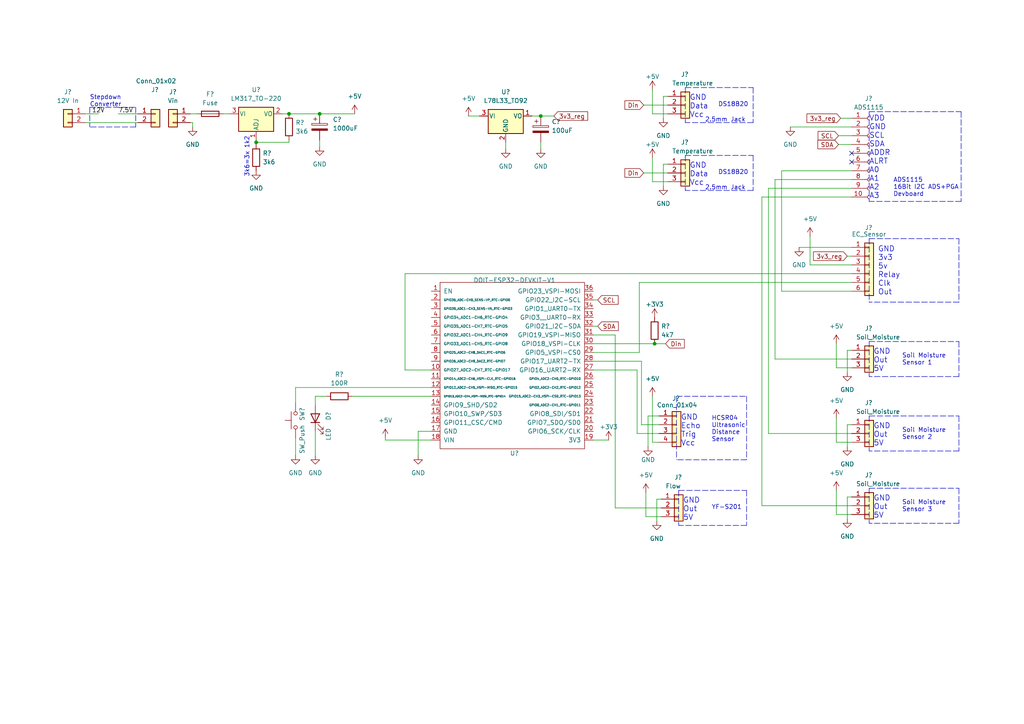
<source format=kicad_sch>
(kicad_sch (version 20211123) (generator eeschema)
  (paper "A4")
  (lib_symbols
    (symbol "Connector:Conn_01x10_Female" (pin_names (offset 1.016) hide)
      (property "Reference" "J" (at 0 12.7 0))
      (property "Value" "Conn_01x10_Female" (at 0 -15.24 0))
      (symbol "Conn_01x10_Female_1_1"
        (arc (start 0 -12.192) (mid -0.508 -12.7) (end 0 -13.208) (stroke (width 0.1524)))
        (arc (start 0 -9.652) (mid -0.508 -10.16) (end 0 -10.668) (stroke (width 0.1524)))
        (arc (start 0 -7.112) (mid -0.508 -7.62) (end 0 -8.128) (stroke (width 0.1524)))
        (arc (start 0 -4.572) (mid -0.508 -5.08) (end 0 -5.588) (stroke (width 0.1524)))
        (arc (start 0 -2.032) (mid -0.508 -2.54) (end 0 -3.048) (stroke (width 0.1524)))
        (polyline (pts (xy -1.27 -12.7) (xy -0.508 -12.7)) (stroke (width 0.1524)))
        (polyline (pts (xy -1.27 -10.16) (xy -0.508 -10.16)) (stroke (width 0.1524)))
        (polyline (pts (xy -1.27 -7.62) (xy -0.508 -7.62)) (stroke (width 0.1524)))
        (polyline (pts (xy -1.27 -5.08) (xy -0.508 -5.08)) (stroke (width 0.1524)))
        (polyline (pts (xy -1.27 -2.54) (xy -0.508 -2.54)) (stroke (width 0.1524)))
        (polyline (pts (xy -1.27 0) (xy -0.508 0)) (stroke (width 0.1524)))
        (polyline (pts (xy -1.27 2.54) (xy -0.508 2.54)) (stroke (width 0.1524)))
        (polyline (pts (xy -1.27 5.08) (xy -0.508 5.08)) (stroke (width 0.1524)))
        (polyline (pts (xy -1.27 7.62) (xy -0.508 7.62)) (stroke (width 0.1524)))
        (polyline (pts (xy -1.27 10.16) (xy -0.508 10.16)) (stroke (width 0.1524)))
        (arc (start 0 0.508) (mid -0.508 0) (end 0 -0.508) (stroke (width 0.1524)))
        (arc (start 0 3.048) (mid -0.508 2.54) (end 0 2.032) (stroke (width 0.1524)))
        (arc (start 0 5.588) (mid -0.508 5.08) (end 0 4.572) (stroke (width 0.1524)))
        (arc (start 0 8.128) (mid -0.508 7.62) (end 0 7.112) (stroke (width 0.1524)))
        (arc (start 0 10.668) (mid -0.508 10.16) (end 0 9.652) (stroke (width 0.1524)))
        (pin passive line (at -5.08 10.16 0) (length 3.81) (name "Pin_1") (number "1"))
        (pin passive line (at -5.08 -12.7 0) (length 3.81) (name "Pin_10") (number "10"))
        (pin passive line (at -5.08 7.62 0) (length 3.81) (name "Pin_2") (number "2"))
        (pin passive line (at -5.08 5.08 0) (length 3.81) (name "Pin_3") (number "3"))
        (pin passive line (at -5.08 2.54 0) (length 3.81) (name "Pin_4") (number "4"))
        (pin passive line (at -5.08 0 0) (length 3.81) (name "Pin_5") (number "5"))
        (pin passive line (at -5.08 -2.54 0) (length 3.81) (name "Pin_6") (number "6"))
        (pin passive line (at -5.08 -5.08 0) (length 3.81) (name "Pin_7") (number "7"))
        (pin passive line (at -5.08 -7.62 0) (length 3.81) (name "Pin_8") (number "8"))
        (pin passive line (at -5.08 -10.16 0) (length 3.81) (name "Pin_9") (number "9"))
      )
    )
    (symbol "Connector_Generic:Conn_01x02" (pin_names (offset 1.016) hide)
      (property "Reference" "J" (at 0 2.54 0))
      (property "Value" "Conn_01x02" (at 0 -5.08 0))
      (symbol "Conn_01x02_1_1"
        (rectangle (start -1.27 -2.413) (end 0 -2.667) (stroke (width 0.1524)))
        (rectangle (start -1.27 0.127) (end 0 -0.127) (stroke (width 0.1524)))
        (rectangle (start -1.27 1.27) (end 1.27 -3.81) (stroke (width 0.254)) (fill (type background)))
        (pin passive line (at -5.08 0 0) (length 3.81) (name "Pin_1") (number "1"))
        (pin passive line (at -5.08 -2.54 0) (length 3.81) (name "Pin_2") (number "2"))
      )
    )
    (symbol "Connector_Generic:Conn_01x03" (pin_names (offset 1.016) hide)
      (property "Reference" "J" (at 0 5.08 0))
      (property "Value" "Conn_01x03" (at 0 -5.08 0))
      (symbol "Conn_01x03_1_1"
        (rectangle (start -1.27 -2.413) (end 0 -2.667) (stroke (width 0.1524)))
        (rectangle (start -1.27 0.127) (end 0 -0.127) (stroke (width 0.1524)))
        (rectangle (start -1.27 2.667) (end 0 2.413) (stroke (width 0.1524)))
        (rectangle (start -1.27 3.81) (end 1.27 -3.81) (stroke (width 0.254)) (fill (type background)))
        (pin passive line (at -5.08 2.54 0) (length 3.81) (name "Pin_1") (number "1"))
        (pin passive line (at -5.08 0 0) (length 3.81) (name "Pin_2") (number "2"))
        (pin passive line (at -5.08 -2.54 0) (length 3.81) (name "Pin_3") (number "3"))
      )
    )
    (symbol "Connector_Generic:Conn_01x04" (pin_names (offset 1.016) hide)
      (property "Reference" "J" (at 0 5.08 0))
      (property "Value" "Conn_01x04" (at 0 -7.62 0))
      (symbol "Conn_01x04_1_1"
        (rectangle (start -1.27 -4.953) (end 0 -5.207) (stroke (width 0.1524)))
        (rectangle (start -1.27 -2.413) (end 0 -2.667) (stroke (width 0.1524)))
        (rectangle (start -1.27 0.127) (end 0 -0.127) (stroke (width 0.1524)))
        (rectangle (start -1.27 2.667) (end 0 2.413) (stroke (width 0.1524)))
        (rectangle (start -1.27 3.81) (end 1.27 -6.35) (stroke (width 0.254)) (fill (type background)))
        (pin passive line (at -5.08 2.54 0) (length 3.81) (name "Pin_1") (number "1"))
        (pin passive line (at -5.08 0 0) (length 3.81) (name "Pin_2") (number "2"))
        (pin passive line (at -5.08 -2.54 0) (length 3.81) (name "Pin_3") (number "3"))
        (pin passive line (at -5.08 -5.08 0) (length 3.81) (name "Pin_4") (number "4"))
      )
    )
    (symbol "Connector_Generic:Conn_01x06" (pin_names (offset 1.016) hide)
      (property "Reference" "J" (at 0 7.62 0))
      (property "Value" "Conn_01x06" (at 0 -10.16 0))
      (symbol "Conn_01x06_1_1"
        (rectangle (start -1.27 -7.493) (end 0 -7.747) (stroke (width 0.1524)))
        (rectangle (start -1.27 -4.953) (end 0 -5.207) (stroke (width 0.1524)))
        (rectangle (start -1.27 -2.413) (end 0 -2.667) (stroke (width 0.1524)))
        (rectangle (start -1.27 0.127) (end 0 -0.127) (stroke (width 0.1524)))
        (rectangle (start -1.27 2.667) (end 0 2.413) (stroke (width 0.1524)))
        (rectangle (start -1.27 5.207) (end 0 4.953) (stroke (width 0.1524)))
        (rectangle (start -1.27 6.35) (end 1.27 -8.89) (stroke (width 0.254)) (fill (type background)))
        (pin passive line (at -5.08 5.08 0) (length 3.81) (name "Pin_1") (number "1"))
        (pin passive line (at -5.08 2.54 0) (length 3.81) (name "Pin_2") (number "2"))
        (pin passive line (at -5.08 0 0) (length 3.81) (name "Pin_3") (number "3"))
        (pin passive line (at -5.08 -2.54 0) (length 3.81) (name "Pin_4") (number "4"))
        (pin passive line (at -5.08 -5.08 0) (length 3.81) (name "Pin_5") (number "5"))
        (pin passive line (at -5.08 -7.62 0) (length 3.81) (name "Pin_6") (number "6"))
      )
    )
    (symbol "Device:C_Polarized" (pin_numbers hide) (pin_names (offset 0.254))
      (property "Reference" "C" (at 0.635 2.54 0))
      (property "Value" "C_Polarized" (at 0.635 -2.54 0))
      (symbol "C_Polarized_0_1"
        (rectangle (start -2.286 0.508) (end 2.286 1.016))
        (polyline (pts (xy -1.778 2.286) (xy -0.762 2.286)))
        (polyline (pts (xy -1.27 2.794) (xy -1.27 1.778)))
        (rectangle (start 2.286 -0.508) (end -2.286 -1.016) (fill (type outline)))
      )
      (symbol "C_Polarized_1_1"
        (pin passive line (at 0 3.81 270) (length 2.794) (name "~") (number "1"))
        (pin passive line (at 0 -3.81 90) (length 2.794) (name "~") (number "2"))
      )
    )
    (symbol "Device:Fuse" (pin_numbers hide) (pin_names (offset 0))
      (property "Reference" "F" (at 2.032 0 90))
      (property "Value" "Fuse" (at -1.905 0 90))
      (symbol "Fuse_0_1"
        (rectangle (start -0.762 -2.54) (end 0.762 2.54) (stroke (width 0.254)))
        (polyline (pts (xy 0 2.54) (xy 0 -2.54)))
      )
      (symbol "Fuse_1_1"
        (pin passive line (at 0 3.81 270) (length 1.27) (name "~") (number "1"))
        (pin passive line (at 0 -3.81 90) (length 1.27) (name "~") (number "2"))
      )
    )
    (symbol "Device:LED" (pin_numbers hide) (pin_names (offset 1.016) hide)
      (property "Reference" "D" (at 0 2.54 0))
      (property "Value" "LED" (at 0 -2.54 0))
      (symbol "LED_0_1"
        (polyline (pts (xy -1.27 -1.27) (xy -1.27 1.27)) (stroke (width 0.254)))
        (polyline (pts (xy -1.27 0) (xy 1.27 0)))
        (polyline (pts (xy 1.27 -1.27) (xy 1.27 1.27) (xy -1.27 0) (xy 1.27 -1.27)) (stroke (width 0.254)))
        (polyline (pts (xy -3.048 -0.762) (xy -4.572 -2.286) (xy -3.81 -2.286) (xy -4.572 -2.286) (xy -4.572 -1.524)))
        (polyline (pts (xy -1.778 -0.762) (xy -3.302 -2.286) (xy -2.54 -2.286) (xy -3.302 -2.286) (xy -3.302 -1.524)))
      )
      (symbol "LED_1_1"
        (pin passive line (at -3.81 0 0) (length 2.54) (name "K") (number "1"))
        (pin passive line (at 3.81 0 180) (length 2.54) (name "A") (number "2"))
      )
    )
    (symbol "Device:R" (pin_numbers hide) (pin_names (offset 0))
      (property "Reference" "R" (at 2.032 0 90))
      (property "Value" "R" (at 0 0 90))
      (symbol "R_0_1"
        (rectangle (start -1.016 -2.54) (end 1.016 2.54) (stroke (width 0.254)))
      )
      (symbol "R_1_1"
        (pin passive line (at 0 3.81 270) (length 1.27) (name "~") (number "1"))
        (pin passive line (at 0 -3.81 90) (length 1.27) (name "~") (number "2"))
      )
    )
    (symbol "Regulator_Linear:L78L33_TO92" (pin_names (offset 0.254))
      (property "Reference" "U" (at -3.81 3.175 0))
      (property "Value" "L78L33_TO92" (at 0 3.175 0))
      (symbol "L78L33_TO92_0_1"
        (rectangle (start -5.08 -5.08) (end 5.08 1.905) (stroke (width 0.254)) (fill (type background)))
      )
      (symbol "L78L33_TO92_1_1"
        (pin power_out line (at 7.62 0 180) (length 2.54) (name "VO") (number "1"))
        (pin power_in line (at 0 -7.62 90) (length 2.54) (name "GND") (number "2"))
        (pin power_in line (at -7.62 0 0) (length 2.54) (name "VI") (number "3"))
      )
    )
    (symbol "Regulator_Linear:LM317_TO-220" (pin_names (offset 0.254))
      (property "Reference" "U" (at -3.81 3.175 0))
      (property "Value" "LM317_TO-220" (at 0 3.175 0))
      (symbol "LM317_TO-220_0_1"
        (rectangle (start -5.08 1.905) (end 5.08 -5.08) (stroke (width 0.254)) (fill (type background)))
      )
      (symbol "LM317_TO-220_1_1"
        (pin input line (at 0 -7.62 90) (length 2.54) (name "ADJ") (number "1"))
        (pin power_out line (at 7.62 0 180) (length 2.54) (name "VO") (number "2"))
        (pin power_in line (at -7.62 0 0) (length 2.54) (name "VI") (number "3"))
      )
    )
    (symbol "Switch:SW_Push" (pin_numbers hide) (pin_names (offset 1.016) hide)
      (property "Reference" "SW" (at 1.27 2.54 0))
      (property "Value" "SW_Push" (at 0 -1.524 0))
      (symbol "SW_Push_0_1"
        (circle (center -2.032 0) (radius 0.508))
        (polyline (pts (xy 0 1.27) (xy 0 3.048)))
        (polyline (pts (xy 2.54 1.27) (xy -2.54 1.27)))
        (circle (center 2.032 0) (radius 0.508))
        (pin passive line (at -5.08 0 0) (length 2.54) (name "1") (number "1"))
        (pin passive line (at 5.08 0 180) (length 2.54) (name "2") (number "2"))
      )
    )
    (symbol "doit-esp32-devkit-v1:DOIT-ESP32-DEVKIT-V1" (pin_names (offset 1.016))
      (property "Reference" "U" (at -1.27 11.43 0))
      (property "Value" "DOIT-ESP32-DEVKIT-V1" (at 0 13.97 0))
      (symbol "DOIT-ESP32-DEVKIT-V1_0_1"
        (rectangle (start 20.32 10.16) (end -21.59 -38.1))
      )
      (symbol "DOIT-ESP32-DEVKIT-V1_1_1"
        (pin output line (at -24.13 7.62 0) (length 2.54) (name "EN") (number "1"))
        (pin bidirectional line (at -24.13 -15.24 0) (length 2.54) (name "GPIO27_ADC2-CH7_RTC-GPIO17") (number "10"))
        (pin bidirectional line (at -24.13 -17.78 0) (length 2.54) (name "GPIO14_ADC2-CH6_HSPI-CLK_RTC-GPIO16") (number "11"))
        (pin bidirectional line (at -24.13 -20.32 0) (length 2.54) (name "GPIO12_ADC2-CH5_HSPI-MISO_RTC-GPIO15") (number "12"))
        (pin bidirectional line (at -24.13 -22.86 0) (length 2.54) (name "GPIO13_ADC2-CH4_HSPI-MOSI_RTC-GPIO14") (number "13"))
        (pin unspecified line (at -24.13 -25.4 0) (length 2.54) (name "GPIO9_SHD/SD2") (number "14"))
        (pin unspecified line (at -24.13 -27.94 0) (length 2.54) (name "GPIO10_SWP/SD3") (number "15"))
        (pin unspecified line (at -24.13 -30.48 0) (length 2.54) (name "GPIO11_CSC/CMD") (number "16"))
        (pin bidirectional line (at -24.13 -33.02 0) (length 2.54) (name "GND") (number "17"))
        (pin bidirectional line (at -24.13 -35.56 0) (length 2.54) (name "VIN") (number "18"))
        (pin output line (at 22.86 -35.56 180) (length 2.54) (name "3V3") (number "19"))
        (pin bidirectional line (at -24.13 5.08 0) (length 2.54) (name "GPIO36_ADC-CH0_SENS-VP_RTC-GPIO0") (number "2"))
        (pin unspecified line (at 22.86 -33.02 180) (length 2.54) (name "GPIO6_SCK/CLK") (number "20"))
        (pin unspecified line (at 22.86 -30.48 180) (length 2.54) (name "GPIO7_SDO/SD0") (number "21"))
        (pin unspecified line (at 22.86 -27.94 180) (length 2.54) (name "GPIO8_SDI/SD1") (number "22"))
        (pin bidirectional line (at 22.86 -25.4 180) (length 2.54) (name "GPIO0_ADC2-CH1_RTC-GPIO11") (number "23"))
        (pin bidirectional line (at 22.86 -22.86 180) (length 2.54) (name "GPIO15_ADC2-CH3_HSPI-CS0_RTC-GPIO13") (number "24"))
        (pin bidirectional line (at 22.86 -20.32 180) (length 2.54) (name "GPIO2_ADC2-CH2_RTC-GPIO12") (number "25"))
        (pin bidirectional line (at 22.86 -17.78 180) (length 2.54) (name "GPIO4_ADC2-CH0_RTC-GPIO10") (number "26"))
        (pin bidirectional line (at 22.86 -15.24 180) (length 2.54) (name "GPIO16_UART2-RX") (number "27"))
        (pin bidirectional line (at 22.86 -12.7 180) (length 2.54) (name "GPIO17_UART2-TX") (number "28"))
        (pin bidirectional line (at 22.86 -10.16 180) (length 2.54) (name "GPIO5_VSPI-CS0") (number "29"))
        (pin bidirectional line (at -24.13 2.54 0) (length 2.54) (name "GPIO39_ADC1-CH3_SENS-VN_RTC-GPIO3") (number "3"))
        (pin bidirectional line (at 22.86 -7.62 180) (length 2.54) (name "GPIO18_VSPI-CLK") (number "30"))
        (pin bidirectional line (at 22.86 -5.08 180) (length 2.54) (name "GPIO19_VSPI-MISO") (number "31"))
        (pin bidirectional line (at 22.86 -2.54 180) (length 2.54) (name "GPIO21_I2C-SDA") (number "32"))
        (pin bidirectional line (at 22.86 0 180) (length 2.54) (name "GPIO3__UART0-RX") (number "33"))
        (pin bidirectional line (at 22.86 2.54 180) (length 2.54) (name "GPIO1_UART0-TX") (number "34"))
        (pin bidirectional line (at 22.86 5.08 180) (length 2.54) (name "GPIO22_I2C-SCL") (number "35"))
        (pin bidirectional line (at 22.86 7.62 180) (length 2.54) (name "GPIO23_VSPI-MOSI") (number "36"))
        (pin bidirectional line (at -24.13 0 0) (length 2.54) (name "GPIO34_ADC1-CH6_RTC-GPIO4") (number "4"))
        (pin bidirectional line (at -24.13 -2.54 0) (length 2.54) (name "GPIO35_ADC1-CH7_RTC-GPIO5") (number "5"))
        (pin bidirectional line (at -24.13 -5.08 0) (length 2.54) (name "GPIO32_ADC1-CH4_RTC-GPIO9") (number "6"))
        (pin bidirectional line (at -24.13 -7.62 0) (length 2.54) (name "GPIO33_ADC1-CH5_RTC-GPIO8") (number "7"))
        (pin bidirectional line (at -24.13 -10.16 0) (length 2.54) (name "GPIO25_ADC2-CH8_DAC1_RTC-GPIO6") (number "8"))
        (pin bidirectional line (at -24.13 -12.7 0) (length 2.54) (name "GPIO26_ADC2-CH9_DAC2_RTC-GPIO7") (number "9"))
      )
    )
    (symbol "power:+3V3" (power) (pin_names (offset 0))
      (property "Value" "+3V3" (at 0 3.556 0))
      (symbol "+3V3_0_1"
        (polyline (pts (xy -0.762 1.27) (xy 0 2.54)))
        (polyline (pts (xy 0 0) (xy 0 2.54)))
        (polyline (pts (xy 0 2.54) (xy 0.762 1.27)))
      )
      (symbol "+3V3_1_1"
        (pin power_in line (at 0 0 90) (length 0) hide (name "+3V3") (number "1"))
      )
    )
    (symbol "power:+5V" (power) (pin_names (offset 0))
      (property "Value" "+5V" (at 0 3.556 0))
      (symbol "+5V_0_1"
        (polyline (pts (xy -0.762 1.27) (xy 0 2.54)))
        (polyline (pts (xy 0 0) (xy 0 2.54)))
        (polyline (pts (xy 0 2.54) (xy 0.762 1.27)))
      )
      (symbol "+5V_1_1"
        (pin power_in line (at 0 0 90) (length 0) hide (name "+5V") (number "1"))
      )
    )
    (symbol "power:GND" (power) (pin_names (offset 0))
      (property "Value" "GND" (at 0 -3.81 0))
      (symbol "GND_0_1"
        (polyline (pts (xy 0 0) (xy 0 -1.27) (xy 1.27 -1.27) (xy 0 -2.54) (xy -1.27 -1.27) (xy 0 -1.27)))
      )
      (symbol "GND_1_1"
        (pin power_in line (at 0 0 270) (length 0) hide (name "GND") (number "1"))
      )
    )
  )
  (junction (at 74.295 41.275))
  (junction (at 83.82 33.02))
  (junction (at 189.865 99.695))
  (junction (at 156.845 33.655))
  (junction (at 92.71 33.02))
  (no_connect (at 247.015 44.45))
  (no_connect (at 247.015 46.99))
  (polyline (pts (xy 26.035 31.115) (xy 26.035 36.83)))
  (wire (pts (xy 64.77 33.02) (xy 66.675 33.02)))
  (polyline (pts (xy 216.535 142.24) (xy 216.535 152.4)))
  (wire (pts (xy 247.015 104.14) (xy 224.79 104.14)))
  (polyline (pts (xy 278.13 130.81) (xy 252.095 130.81)))
  (polyline (pts (xy 218.44 25.4) (xy 218.44 35.56)))
  (polyline (pts (xy 196.215 114.935) (xy 216.535 114.935)))
  (wire (pts (xy 125.095 107.315) (xy 117.475 107.315)))
  (wire (pts (xy 91.44 114.935) (xy 91.44 117.475)))
  (wire (pts (xy 242.57 106.68) (xy 242.57 99.695)))
  (wire (pts (xy 242.57 128.27) (xy 242.57 121.285)))
  (wire (pts (xy 81.915 33.02) (xy 83.82 33.02)))
  (polyline (pts (xy 252.095 141.605) (xy 252.095 151.765)))
  (wire (pts (xy 74.295 41.275) (xy 74.295 41.91)))
  (wire (pts (xy 24.765 35.56) (xy 40.005 35.56)))
  (polyline (pts (xy 278.13 120.65) (xy 278.13 130.81)))
  (wire (pts (xy 193.675 47.625) (xy 192.405 47.625)))
  (wire (pts (xy 85.725 116.84) (xy 85.725 112.395)))
  (wire (pts (xy 226.695 49.53) (xy 247.015 49.53)))
  (polyline (pts (xy 26.035 31.115) (xy 39.37 31.115)))
  (wire (pts (xy 85.725 127) (xy 85.725 132.08)))
  (polyline (pts (xy 196.85 142.24) (xy 216.535 142.24)))
  (wire (pts (xy 187.96 120.65) (xy 191.135 120.65)))
  (wire (pts (xy 234.95 68.58) (xy 234.95 76.835)))
  (wire (pts (xy 247.015 106.68) (xy 242.57 106.68)))
  (wire (pts (xy 245.745 123.19) (xy 245.745 129.54)))
  (polyline (pts (xy 252.095 99.06) (xy 252.095 109.22)))
  (wire (pts (xy 186.69 50.165) (xy 193.675 50.165)))
  (polyline (pts (xy 252.095 32.385) (xy 278.765 32.385)))
  (wire (pts (xy 242.57 149.225) (xy 242.57 142.24)))
  (wire (pts (xy 247.015 84.455) (xy 226.695 84.455)))
  (wire (pts (xy 220.98 57.15) (xy 247.015 57.15)))
  (wire (pts (xy 191.77 149.86) (xy 187.325 149.86)))
  (polyline (pts (xy 196.85 142.24) (xy 196.85 152.4)))
  (wire (pts (xy 191.77 147.32) (xy 178.435 147.32)))
  (wire (pts (xy 55.245 33.02) (xy 57.15 33.02)))
  (wire (pts (xy 185.42 81.915) (xy 185.42 102.235)))
  (wire (pts (xy 191.135 125.73) (xy 184.785 125.73)))
  (wire (pts (xy 192.405 27.94) (xy 192.405 34.29)))
  (wire (pts (xy 91.44 125.095) (xy 91.44 132.08)))
  (wire (pts (xy 192.405 47.625) (xy 192.405 53.975)))
  (wire (pts (xy 193.675 27.94) (xy 192.405 27.94)))
  (wire (pts (xy 156.845 33.655) (xy 160.655 33.655)))
  (wire (pts (xy 189.23 52.705) (xy 189.23 45.72)))
  (wire (pts (xy 187.96 129.54) (xy 187.96 120.65)))
  (polyline (pts (xy 196.215 114.935) (xy 196.215 133.35)))
  (polyline (pts (xy 252.095 141.605) (xy 278.13 141.605)))
  (wire (pts (xy 121.285 125.095) (xy 125.095 125.095)))
  (wire (pts (xy 243.205 41.91) (xy 247.015 41.91)))
  (wire (pts (xy 231.775 71.755) (xy 247.015 71.755)))
  (wire (pts (xy 92.71 40.64) (xy 92.71 42.545)))
  (wire (pts (xy 187.325 149.86) (xy 187.325 142.875)))
  (wire (pts (xy 224.79 52.07) (xy 247.015 52.07)))
  (polyline (pts (xy 198.755 45.085) (xy 218.44 45.085)))
  (wire (pts (xy 85.725 112.395) (xy 125.095 112.395)))
  (polyline (pts (xy 278.13 87.63) (xy 252.095 87.63)))
  (wire (pts (xy 172.085 94.615) (xy 173.355 94.615)))
  (wire (pts (xy 229.235 36.83) (xy 247.015 36.83)))
  (wire (pts (xy 193.675 33.02) (xy 189.23 33.02)))
  (polyline (pts (xy 278.765 58.42) (xy 252.095 58.42)))
  (wire (pts (xy 245.745 144.145) (xy 245.745 150.495)))
  (polyline (pts (xy 198.755 25.4) (xy 218.44 25.4)))
  (wire (pts (xy 189.23 128.27) (xy 191.135 128.27)))
  (polyline (pts (xy 252.095 120.65) (xy 278.13 120.65)))
  (polyline (pts (xy 278.13 141.605) (xy 278.13 151.765)))
  (wire (pts (xy 154.305 33.655) (xy 156.845 33.655)))
  (polyline (pts (xy 278.13 69.215) (xy 278.13 87.63)))
  (wire (pts (xy 83.82 33.02) (xy 92.71 33.02)))
  (wire (pts (xy 247.015 123.19) (xy 245.745 123.19)))
  (wire (pts (xy 74.295 40.64) (xy 74.295 41.275)))
  (polyline (pts (xy 252.095 69.215) (xy 278.13 69.215)))
  (wire (pts (xy 102.235 114.935) (xy 125.095 114.935)))
  (wire (pts (xy 191.77 144.78) (xy 190.5 144.78)))
  (wire (pts (xy 172.085 99.695) (xy 189.865 99.695)))
  (wire (pts (xy 247.015 149.225) (xy 242.57 149.225)))
  (polyline (pts (xy 252.095 69.215) (xy 252.095 87.63)))
  (wire (pts (xy 156.845 41.275) (xy 156.845 43.18)))
  (wire (pts (xy 234.95 76.835) (xy 247.015 76.835)))
  (polyline (pts (xy 278.13 109.22) (xy 252.095 109.22)))
  (wire (pts (xy 191.135 123.19) (xy 186.055 123.19)))
  (wire (pts (xy 178.435 147.32) (xy 178.435 97.155)))
  (wire (pts (xy 243.84 34.29) (xy 247.015 34.29)))
  (wire (pts (xy 186.055 123.19) (xy 186.055 104.775)))
  (wire (pts (xy 74.295 41.275) (xy 83.82 41.275)))
  (polyline (pts (xy 39.37 36.83) (xy 26.035 36.83)))
  (wire (pts (xy 247.015 146.685) (xy 220.98 146.685)))
  (polyline (pts (xy 218.44 45.085) (xy 218.44 55.245)))
  (wire (pts (xy 55.88 35.56) (xy 55.88 36.83)))
  (polyline (pts (xy 252.095 99.06) (xy 278.13 99.06)))
  (wire (pts (xy 189.865 99.695) (xy 193.04 99.695)))
  (wire (pts (xy 185.42 102.235) (xy 172.085 102.235)))
  (wire (pts (xy 243.205 39.37) (xy 247.015 39.37)))
  (wire (pts (xy 189.23 114.935) (xy 189.23 128.27)))
  (wire (pts (xy 222.885 125.73) (xy 222.885 54.61)))
  (polyline (pts (xy 218.44 55.245) (xy 198.755 55.245)))
  (polyline (pts (xy 252.095 120.65) (xy 252.095 130.81)))
  (wire (pts (xy 125.095 127.635) (xy 111.76 127.635)))
  (wire (pts (xy 186.055 104.775) (xy 172.085 104.775)))
  (wire (pts (xy 190.5 144.78) (xy 190.5 151.13)))
  (wire (pts (xy 121.285 132.08) (xy 121.285 125.095)))
  (polyline (pts (xy 216.535 114.935) (xy 216.535 133.35)))
  (wire (pts (xy 247.015 128.27) (xy 242.57 128.27)))
  (wire (pts (xy 184.785 107.315) (xy 172.085 107.315)))
  (wire (pts (xy 245.745 101.6) (xy 245.745 107.95)))
  (wire (pts (xy 34.29 33.02) (xy 40.005 33.02)))
  (polyline (pts (xy 252.095 32.385) (xy 252.095 58.42)))
  (wire (pts (xy 117.475 79.375) (xy 247.015 79.375)))
  (polyline (pts (xy 216.535 133.35) (xy 196.215 133.35)))
  (wire (pts (xy 117.475 107.315) (xy 117.475 79.375)))
  (wire (pts (xy 83.82 40.64) (xy 83.82 41.275)))
  (polyline (pts (xy 216.535 152.4) (xy 196.85 152.4)))
  (wire (pts (xy 24.765 33.02) (xy 28.575 33.02)))
  (wire (pts (xy 172.085 86.995) (xy 173.355 86.995)))
  (wire (pts (xy 226.695 84.455) (xy 226.695 49.53)))
  (wire (pts (xy 178.435 97.155) (xy 172.085 97.155)))
  (wire (pts (xy 247.015 81.915) (xy 185.42 81.915)))
  (wire (pts (xy 247.015 144.145) (xy 245.745 144.145)))
  (wire (pts (xy 92.71 33.02) (xy 102.87 33.02)))
  (wire (pts (xy 222.885 54.61) (xy 247.015 54.61)))
  (wire (pts (xy 94.615 114.935) (xy 91.44 114.935)))
  (wire (pts (xy 184.785 125.73) (xy 184.785 107.315)))
  (polyline (pts (xy 198.755 45.085) (xy 198.755 55.245)))
  (polyline (pts (xy 218.44 35.56) (xy 198.755 35.56)))
  (polyline (pts (xy 278.13 99.06) (xy 278.13 109.22)))
  (polyline (pts (xy 278.13 151.765) (xy 252.095 151.765)))
  (wire (pts (xy 245.745 74.295) (xy 247.015 74.295)))
  (wire (pts (xy 111.76 127.635) (xy 111.76 127)))
  (wire (pts (xy 172.085 127.635) (xy 176.53 127.635)))
  (polyline (pts (xy 278.765 32.385) (xy 278.765 58.42)))
  (wire (pts (xy 193.675 52.705) (xy 189.23 52.705)))
  (wire (pts (xy 189.23 33.02) (xy 189.23 26.035)))
  (wire (pts (xy 146.685 41.275) (xy 146.685 43.18)))
  (polyline (pts (xy 198.755 25.4) (xy 198.755 35.56)))
  (wire (pts (xy 186.69 30.48) (xy 193.675 30.48)))
  (polyline (pts (xy 39.37 31.115) (xy 39.37 36.83)))
  (wire (pts (xy 224.79 104.14) (xy 224.79 52.07)))
  (wire (pts (xy 55.245 35.56) (xy 55.88 35.56)))
  (wire (pts (xy 135.89 33.655) (xy 139.065 33.655)))
  (wire (pts (xy 220.98 146.685) (xy 220.98 57.15)))
  (wire (pts (xy 247.015 101.6) (xy 245.745 101.6)))
  (wire (pts (xy 247.015 125.73) (xy 222.885 125.73)))
  (text "DS18B20" (at 208.28 50.8 0) (effects (font (size 1.27 1.27)) (justify left bottom)))
  (text "GND\nOut\n5V" (at 253.365 150.495 0) (effects (font (size 1.55 1.55)) (justify left bottom)))
  (text "GND\nOut\n5V" (at 253.365 129.54 0) (effects (font (size 1.55 1.55)) (justify left bottom)))
  (text "GND\n3v3\n5v\nRelay\nClk\nOut" (at 254.635 85.725 0) (effects (font (size 1.55 1.55)) (justify left bottom)))
  (text "2.5mm Jack" (at 204.47 35.56 0) (effects (font (size 1.27 1.27)) (justify left bottom)))
  (text "2.5mm Jack" (at 204.47 55.245 0) (effects (font (size 1.27 1.27)) (justify left bottom)))
  (text "GND\nData\nVcc" (at 200.025 53.975 0) (effects (font (size 1.55 1.55)) (justify left bottom)))
  (text "GND\nEcho\nTrig\nVcc" (at 197.485 129.54 0) (effects (font (size 1.55 1.55)) (justify left bottom)))
  (text "GND\nData\nVcc" (at 200.025 34.29 0) (effects (font (size 1.55 1.55)) (justify left bottom)))
  (text "HCSR04\nUltrasonic\nDistance\nSensor" (at 206.375 128.27 0) (effects (font (size 1.27 1.27)) (justify left bottom)))
  (text "VDD\nGND\nSCL\nSDA\nADDR\nALRT\nA0\nA1\nA2\nA3" (at 252.095 57.785 0) (effects (font (size 1.55 1.55)) (justify left bottom)))
  (text "Soil Moisture\nSensor 3" (at 261.62 148.59 0) (effects (font (size 1.27 1.27)) (justify left bottom)))
  (text "Soil Moisture\nSensor 2" (at 261.62 127.635 0) (effects (font (size 1.27 1.27)) (justify left bottom)))
  (text "3k6=3x 1k2" (at 72.39 51.435 90) (effects (font (size 1.27 1.27)) (justify left bottom)))
  (text "Stepdown\nConverter" (at 26.035 31.115 0) (effects (font (size 1.27 1.27)) (justify left bottom)))
  (text "Soil Moisture\nSensor 1" (at 261.62 106.045 0) (effects (font (size 1.27 1.27)) (justify left bottom)))
  (text "ADS1115\n16Bit I2C ADS+PGA\nDevboard" (at 259.08 57.15 0) (effects (font (size 1.27 1.27)) (justify left bottom)))
  (text "DS18B20" (at 208.28 31.115 0) (effects (font (size 1.27 1.27)) (justify left bottom)))
  (text "GND\nOut\n5V" (at 198.12 151.13 0) (effects (font (size 1.55 1.55)) (justify left bottom)))
  (text "YF-S201" (at 206.375 147.955 0) (effects (font (size 1.27 1.27)) (justify left bottom)))
  (text "GND\nOut\n5V" (at 253.365 107.95 0) (effects (font (size 1.55 1.55)) (justify left bottom)))
  (label "12V" (at 26.67 33.02 0))
  (label "7.5V" (at 34.29 33.02 0))
  (global_label "SDA" (shape input) (at 243.205 41.91 180) (property "Intersheet References" "${INTERSHEET_REFS}" (effects hide)))
  (global_label "SDA" (shape input) (at 173.355 94.615 0) (property "Intersheet References" "${INTERSHEET_REFS}" (effects hide)))
  (global_label "SCL" (shape input) (at 243.205 39.37 180) (property "Intersheet References" "${INTERSHEET_REFS}" (effects hide)))
  (global_label "SCL" (shape input) (at 173.355 86.995 0) (property "Intersheet References" "${INTERSHEET_REFS}" (effects hide)))
  (global_label "Din" (shape input) (at 193.04 99.695 0) (property "Intersheet References" "${INTERSHEET_REFS}" (effects hide)))
  (global_label "3v3_reg" (shape input) (at 243.84 34.29 180) (property "Intersheet References" "${INTERSHEET_REFS}" (effects hide)))
  (global_label "3v3_reg" (shape input) (at 245.745 74.295 180) (property "Intersheet References" "${INTERSHEET_REFS}" (effects hide)))
  (global_label "Din" (shape input) (at 186.69 30.48 180) (property "Intersheet References" "${INTERSHEET_REFS}" (effects hide)))
  (global_label "3v3_reg" (shape input) (at 160.655 33.655 0) (property "Intersheet References" "${INTERSHEET_REFS}" (effects hide)))
  (global_label "Din" (shape input) (at 186.69 50.165 180) (property "Intersheet References" "${INTERSHEET_REFS}" (effects hide)))
  (symbol (lib_id "Connector_Generic:Conn_01x03") (at 198.755 50.165 0) (unit 1)
    (property "Reference" "J?" (at 197.485 41.275 0) (effects (justify left)))
    (property "Value" "Temperature" (at 194.945 43.815 0) (effects (justify left)))
  )
  (symbol (lib_id "Regulator_Linear:L78L33_TO92") (at 146.685 33.655 0) (unit 1)
    (property "Reference" "U?" (at 146.685 26.67 0))
    (property "Value" "L78L33_TO92" (at 146.685 29.21 0))
    (property "Footprint" "Package_TO_SOT_THT:TO-92_Inline" (effects hide))
    (property "Datasheet" "http://www.st.com/content/ccc/resource/technical/document/datasheet/15/55/e5/aa/23/5b/43/fd/CD00000446.pdf/files/CD00000446.pdf/jcr:content/translations/en.CD00000446.pdf" (effects hide))
  )
  (symbol (lib_id "power:+5V") (at 242.57 121.285 0) (unit 1)
    (property "Reference" "#PWR?" (effects hide))
    (property "Value" "+5V" (at 242.57 116.205 0))
  )
  (symbol (lib_id "Connector_Generic:Conn_01x02") (at 50.165 33.02 0) (mirror y) (unit 1)
    (property "Reference" "J?" (at 50.165 26.67 0))
    (property "Value" "Vin" (at 50.165 29.21 0))
  )
  (symbol (lib_id "Device:C_Polarized") (at 156.845 37.465 0) (unit 1)
    (property "Reference" "C?" (at 160.02 35.3059 0) (effects (justify left)))
    (property "Value" "100uF" (at 160.02 37.8459 0) (effects (justify left)))
  )
  (symbol (lib_id "power:+5V") (at 189.23 114.935 0) (unit 1)
    (property "Reference" "#PWR?" (effects hide))
    (property "Value" "+5V" (at 189.23 109.855 0))
  )
  (symbol (lib_id "Connector_Generic:Conn_01x02") (at 45.085 33.02 0) (unit 1)
    (property "Reference" "J?" (at 43.815 26.035 0) (effects (justify left)))
    (property "Value" "Conn_01x02" (at 39.37 23.495 0) (effects (justify left)))
  )
  (symbol (lib_id "power:GND") (at 190.5 151.13 0) (unit 1)
    (property "Reference" "#PWR?" (effects hide))
    (property "Value" "GND" (at 190.5 156.21 0))
  )
  (symbol (lib_id "Device:LED") (at 91.44 121.285 90) (unit 1)
    (property "Reference" "D?" (at 95.25 119.38 0) (effects (justify right)))
    (property "Value" "LED" (at 95.25 124.1424 0) (effects (justify right)))
  )
  (symbol (lib_id "power:+3V3") (at 176.53 127.635 0) (unit 1)
    (property "Reference" "#PWR?" (effects hide))
    (property "Value" "+3V3" (at 176.53 123.825 0))
  )
  (symbol (lib_id "Connector_Generic:Conn_01x06") (at 252.095 76.835 0) (unit 1)
    (property "Reference" "J?" (at 250.825 66.04 0) (effects (justify left)))
    (property "Value" "EC_Sensor" (at 247.015 67.945 0) (effects (justify left)))
  )
  (symbol (lib_id "power:GND") (at 231.775 71.755 0) (unit 1)
    (property "Reference" "#PWR?" (effects hide))
    (property "Value" "GND" (at 231.775 76.835 0))
  )
  (symbol (lib_id "power:+5V") (at 187.325 142.875 0) (unit 1)
    (property "Reference" "#PWR?" (effects hide))
    (property "Value" "+5V" (at 187.325 137.795 0))
  )
  (symbol (lib_id "Device:R") (at 98.425 114.935 90) (unit 1)
    (property "Reference" "R?" (at 98.425 108.585 90))
    (property "Value" "100R" (at 98.425 111.125 90))
  )
  (symbol (lib_id "Switch:SW_Push") (at 85.725 121.92 90) (unit 1)
    (property "Reference" "SW?" (at 87.63 118.11 0) (effects (justify right)))
    (property "Value" "SW_Push" (at 87.63 123.1899 0) (effects (justify right)))
  )
  (symbol (lib_id "power:+5V") (at 234.95 68.58 0) (unit 1)
    (property "Reference" "#PWR?" (effects hide))
    (property "Value" "+5V" (at 234.95 63.5 0))
  )
  (symbol (lib_id "power:GND") (at 121.285 132.08 0) (unit 1)
    (property "Reference" "#PWR?" (effects hide))
    (property "Value" "GND" (at 121.285 137.16 0))
  )
  (symbol (lib_id "power:+3V3") (at 189.865 92.075 0) (unit 1)
    (property "Reference" "#PWR?" (effects hide))
    (property "Value" "+3V3" (at 189.865 88.265 0))
  )
  (symbol (lib_id "power:+5V") (at 189.23 26.035 0) (unit 1)
    (property "Reference" "#PWR?" (effects hide))
    (property "Value" "+5V" (at 189.23 22.225 0))
  )
  (symbol (lib_id "power:GND") (at 245.745 129.54 0) (unit 1)
    (property "Reference" "#PWR?" (effects hide))
    (property "Value" "GND" (at 245.745 134.62 0))
  )
  (symbol (lib_id "power:GND") (at 55.88 36.83 0) (unit 1)
    (property "Reference" "#PWR?" (effects hide))
    (property "Value" "GND" (at 55.88 41.91 0))
  )
  (symbol (lib_id "power:GND") (at 74.295 49.53 0) (unit 1)
    (property "Reference" "#PWR?" (effects hide))
    (property "Value" "GND" (at 74.295 54.61 0))
  )
  (symbol (lib_id "power:GND") (at 156.845 43.18 0) (unit 1)
    (property "Reference" "#PWR?" (effects hide))
    (property "Value" "GND" (at 156.845 48.26 0))
  )
  (symbol (lib_id "power:+5V") (at 242.57 142.24 0) (unit 1)
    (property "Reference" "#PWR?" (effects hide))
    (property "Value" "+5V" (at 242.57 137.16 0))
  )
  (symbol (lib_id "power:GND") (at 187.96 129.54 0) (unit 1)
    (property "Reference" "#PWR?" (effects hide))
    (property "Value" "GND" (at 187.96 133.35 0))
  )
  (symbol (lib_id "Connector_Generic:Conn_01x03") (at 252.095 104.14 0) (unit 1)
    (property "Reference" "J?" (at 250.825 95.25 0) (effects (justify left)))
    (property "Value" "Soil_Moisture" (at 248.285 97.79 0) (effects (justify left)))
  )
  (symbol (lib_id "Connector:Conn_01x10_Female") (at 252.095 44.45 0) (unit 1)
    (property "Reference" "J?" (at 250.825 28.575 0) (effects (justify left)))
    (property "Value" "ADS1115" (at 247.65 31.115 0) (effects (justify left)))
  )
  (symbol (lib_id "Device:R") (at 189.865 95.885 0) (unit 1)
    (property "Reference" "R?" (at 191.77 94.6149 0) (effects (justify left)))
    (property "Value" "4k7" (at 191.77 97.1549 0) (effects (justify left)))
  )
  (symbol (lib_id "power:GND") (at 245.745 150.495 0) (unit 1)
    (property "Reference" "#PWR?" (effects hide))
    (property "Value" "GND" (at 245.745 155.575 0))
  )
  (symbol (lib_id "power:GND") (at 92.71 42.545 0) (unit 1)
    (property "Reference" "#PWR?" (effects hide))
    (property "Value" "GND" (at 92.71 47.625 0))
  )
  (symbol (lib_id "power:+5V") (at 102.87 33.02 0) (unit 1)
    (property "Reference" "#PWR?" (effects hide))
    (property "Value" "+5V" (at 102.87 27.94 0))
  )
  (symbol (lib_id "Connector_Generic:Conn_01x04") (at 196.215 123.19 0) (unit 1)
    (property "Reference" "J?" (at 194.945 115.57 0) (effects (justify left)))
    (property "Value" "Conn_01x04" (at 190.5 117.475 0) (effects (justify left)))
  )
  (symbol (lib_id "power:GND") (at 85.725 132.08 0) (unit 1)
    (property "Reference" "#PWR?" (effects hide))
    (property "Value" "GND" (at 85.725 137.16 0))
  )
  (symbol (lib_id "Device:C_Polarized") (at 92.71 36.83 0) (unit 1)
    (property "Reference" "C?" (at 96.52 34.6709 0) (effects (justify left)))
    (property "Value" "1000uF" (at 96.52 37.2109 0) (effects (justify left)))
  )
  (symbol (lib_id "doit-esp32-devkit-v1:DOIT-ESP32-DEVKIT-V1") (at 149.225 92.075 0) (unit 1)
    (property "Reference" "U?" (at 149.225 131.445 0))
    (property "Value" "DOIT-ESP32-DEVKIT-V1" (at 149.225 81.28 0))
  )
  (symbol (lib_id "Device:R") (at 74.295 45.72 0) (unit 1)
    (property "Reference" "R?" (at 76.2 44.4499 0) (effects (justify left)))
    (property "Value" "3k6" (at 76.2 46.9899 0) (effects (justify left)))
  )
  (symbol (lib_id "Connector_Generic:Conn_01x02") (at 19.685 33.02 0) (mirror y) (unit 1)
    (property "Reference" "J?" (at 19.685 26.67 0))
    (property "Value" "12V In" (at 19.685 29.21 0))
  )
  (symbol (lib_id "power:GND") (at 146.685 43.18 0) (unit 1)
    (property "Reference" "#PWR?" (effects hide))
    (property "Value" "GND" (at 146.685 48.26 0))
  )
  (symbol (lib_id "Regulator_Linear:LM317_TO-220") (at 74.295 33.02 0) (unit 1)
    (property "Reference" "U?" (at 74.295 26.035 0))
    (property "Value" "LM317_TO-220" (at 74.295 28.575 0))
    (property "Footprint" "Package_TO_SOT_THT:TO-220-3_Vertical" (effects hide))
    (property "Datasheet" "http://www.ti.com/lit/ds/symlink/lm317.pdf" (effects hide))
  )
  (symbol (lib_id "power:+5V") (at 135.89 33.655 0) (unit 1)
    (property "Reference" "#PWR?" (effects hide))
    (property "Value" "+5V" (at 135.89 28.575 0))
  )
  (symbol (lib_id "Device:Fuse") (at 60.96 33.02 90) (unit 1)
    (property "Reference" "F?" (at 60.96 27.305 90))
    (property "Value" "Fuse" (at 60.96 29.845 90))
  )
  (symbol (lib_id "power:GND") (at 229.235 36.83 0) (unit 1)
    (property "Reference" "#PWR?" (effects hide))
    (property "Value" "GND" (at 229.235 41.91 0))
  )
  (symbol (lib_id "Connector_Generic:Conn_01x03") (at 252.095 125.73 0) (unit 1)
    (property "Reference" "J?" (at 250.825 116.84 0) (effects (justify left)))
    (property "Value" "Soil_Moisture" (at 248.285 119.38 0) (effects (justify left)))
  )
  (symbol (lib_id "power:GND") (at 91.44 132.08 0) (unit 1)
    (property "Reference" "#PWR?" (effects hide))
    (property "Value" "GND" (at 91.44 137.16 0))
  )
  (symbol (lib_id "Connector_Generic:Conn_01x03") (at 196.85 147.32 0) (unit 1)
    (property "Reference" "J?" (at 195.58 138.43 0) (effects (justify left)))
    (property "Value" "Flow" (at 193.04 140.97 0) (effects (justify left)))
  )
  (symbol (lib_id "Connector_Generic:Conn_01x03") (at 252.095 146.685 0) (unit 1)
    (property "Reference" "J?" (at 250.825 137.795 0) (effects (justify left)))
    (property "Value" "Soil_Moisture" (at 248.285 140.335 0) (effects (justify left)))
  )
  (symbol (lib_id "power:+5V") (at 242.57 99.695 0) (unit 1)
    (property "Reference" "#PWR?" (effects hide))
    (property "Value" "+5V" (at 242.57 94.615 0))
  )
  (symbol (lib_id "power:+5V") (at 189.23 45.72 0) (unit 1)
    (property "Reference" "#PWR?" (effects hide))
    (property "Value" "+5V" (at 189.23 41.91 0))
  )
  (symbol (lib_id "power:GND") (at 192.405 34.29 0) (unit 1)
    (property "Reference" "#PWR?" (effects hide))
    (property "Value" "GND" (at 192.405 39.37 0))
  )
  (symbol (lib_id "power:GND") (at 245.745 107.95 0) (unit 1)
    (property "Reference" "#PWR?" (effects hide))
    (property "Value" "GND" (at 245.745 113.03 0))
  )
  (symbol (lib_id "power:GND") (at 192.405 53.975 0) (unit 1)
    (property "Reference" "#PWR?" (effects hide))
    (property "Value" "GND" (at 192.405 59.055 0))
  )
  (symbol (lib_id "power:+5V") (at 111.76 127 0) (unit 1)
    (property "Reference" "#PWR?" (effects hide))
    (property "Value" "+5V" (at 111.76 121.92 0))
  )
  (symbol (lib_id "Connector_Generic:Conn_01x03") (at 198.755 30.48 0) (unit 1)
    (property "Reference" "J?" (at 197.485 21.59 0) (effects (justify left)))
    (property "Value" "Temperature" (at 194.945 24.13 0) (effects (justify left)))
  )
  (symbol (lib_id "Device:R") (at 83.82 36.83 0) (unit 1)
    (property "Reference" "R?" (at 85.725 35.5599 0) (effects (justify left)))
    (property "Value" "3k6" (at 85.725 38.0999 0) (effects (justify left)))
  )
)
</source>
